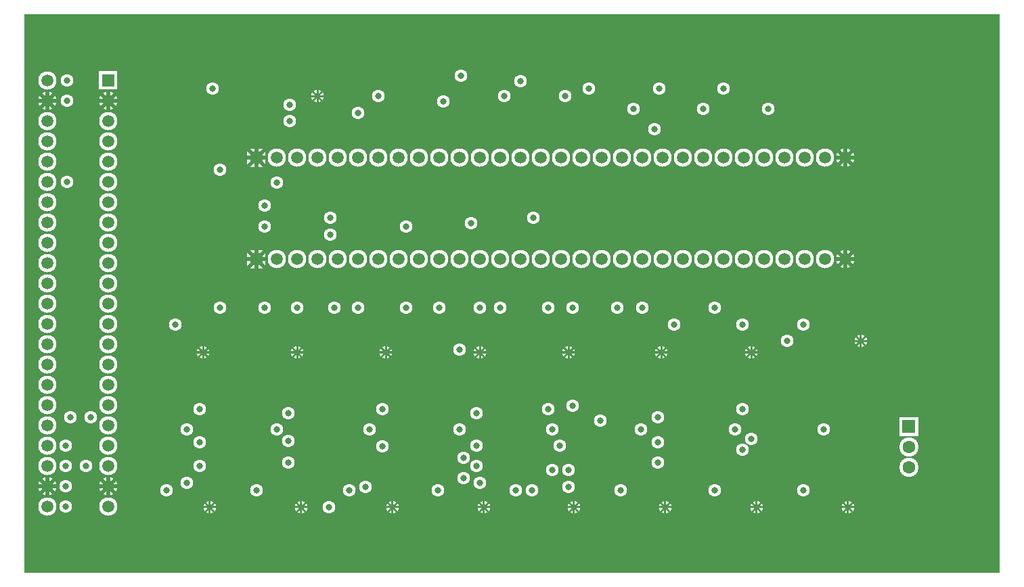
<source format=gbr>
%FSLAX34Y34*%
%MOMM*%
%LNCOPPER_INNER2*%
G71*
G01*
%ADD10C,2.400*%
%ADD11C,1.600*%
%ADD12C,2.300*%
%ADD13C,0.533*%
%ADD14C,0.267*%
%ADD15C,0.500*%
%ADD16C,1.600*%
%ADD17C,0.800*%
%ADD18C,1.500*%
%LPD*%
G36*
X0Y800000D02*
X1220000Y800000D01*
X1220000Y100000D01*
X0Y100000D01*
X0Y800000D01*
G37*
%LPC*%
G36*
X1094488Y295369D02*
X1118488Y295369D01*
X1118488Y271369D01*
X1094488Y271369D01*
X1094488Y295369D01*
G37*
X1106488Y257969D02*
G54D10*
D03*
X1106488Y232569D02*
G54D10*
D03*
X366712Y696913D02*
G54D11*
D03*
X442912Y696913D02*
G54D11*
D03*
X546100Y722312D02*
G54D11*
D03*
X523875Y690562D02*
G54D11*
D03*
X600075Y696912D02*
G54D11*
D03*
X676275Y696912D02*
G54D11*
D03*
X620712Y715962D02*
G54D11*
D03*
X234950Y706438D02*
G54D11*
D03*
X331787Y685800D02*
G54D11*
D03*
X331788Y665956D02*
G54D11*
D03*
X417512Y676275D02*
G54D11*
D03*
X706438Y706438D02*
G54D11*
D03*
X762000Y681038D02*
G54D11*
D03*
X793750Y706438D02*
G54D11*
D03*
X849312Y681038D02*
G54D11*
D03*
X874712Y706438D02*
G54D11*
D03*
X930275Y681038D02*
G54D11*
D03*
X244475Y604838D02*
G54D11*
D03*
X315912Y588962D02*
G54D11*
D03*
X300831Y559594D02*
G54D11*
D03*
X300831Y533400D02*
G54D11*
D03*
X382588Y544512D02*
G54D11*
D03*
X382588Y523875D02*
G54D11*
D03*
X477838Y533400D02*
G54D11*
D03*
X558800Y538162D02*
G54D11*
D03*
X636588Y544512D02*
G54D11*
D03*
X974725Y411162D02*
G54D11*
D03*
X898525Y411162D02*
G54D11*
D03*
X812800Y411162D02*
G54D11*
D03*
X863600Y431800D02*
G54D11*
D03*
X954088Y390525D02*
G54D11*
D03*
X773112Y431800D02*
G54D11*
D03*
X741362Y431800D02*
G54D11*
D03*
X685800Y431800D02*
G54D11*
D03*
X655638Y431800D02*
G54D11*
D03*
X595312Y431800D02*
G54D11*
D03*
X569912Y431800D02*
G54D11*
D03*
X519112Y431800D02*
G54D11*
D03*
X477838Y431800D02*
G54D11*
D03*
X417512Y431800D02*
G54D11*
D03*
X387350Y431800D02*
G54D11*
D03*
X341312Y431800D02*
G54D11*
D03*
X300831Y431800D02*
G54D11*
D03*
X244475Y431800D02*
G54D11*
D03*
X188912Y411162D02*
G54D11*
D03*
X223838Y376237D02*
G54D11*
D03*
X341312Y376237D02*
G54D11*
D03*
X452438Y376237D02*
G54D11*
D03*
X544512Y379412D02*
G54D11*
D03*
X569912Y376237D02*
G54D11*
D03*
X681038Y376237D02*
G54D11*
D03*
X796925Y376237D02*
G54D11*
D03*
X909638Y376237D02*
G54D11*
D03*
X1046162Y390525D02*
G54D11*
D03*
X1000125Y279400D02*
G54D11*
D03*
X889000Y279400D02*
G54D11*
D03*
X909638Y268288D02*
G54D11*
D03*
X898525Y304800D02*
G54D11*
D03*
X974725Y203200D02*
G54D11*
D03*
X863600Y203200D02*
G54D11*
D03*
X792162Y295275D02*
G54D11*
D03*
X771525Y279400D02*
G54D11*
D03*
X792162Y238125D02*
G54D11*
D03*
X746125Y203200D02*
G54D11*
D03*
X801687Y182563D02*
G54D11*
D03*
X915987Y182563D02*
G54D11*
D03*
X687387Y182563D02*
G54D11*
D03*
X635000Y203200D02*
G54D11*
D03*
X1030287Y182563D02*
G54D11*
D03*
X681038Y207962D02*
G54D11*
D03*
X681038Y228600D02*
G54D11*
D03*
X685800Y309562D02*
G54D11*
D03*
X655638Y304800D02*
G54D11*
D03*
X720725Y290512D02*
G54D11*
D03*
X660400Y279400D02*
G54D11*
D03*
X660400Y228600D02*
G54D11*
D03*
X544512Y279400D02*
G54D11*
D03*
X549275Y244475D02*
G54D11*
D03*
X549275Y219075D02*
G54D11*
D03*
X565150Y300038D02*
G54D11*
D03*
X565150Y259556D02*
G54D11*
D03*
X565150Y234156D02*
G54D11*
D03*
X569912Y212725D02*
G54D11*
D03*
X574675Y182563D02*
G54D11*
D03*
X614362Y203200D02*
G54D11*
D03*
X792162Y263525D02*
G54D11*
D03*
X669925Y259556D02*
G54D11*
D03*
X447675Y258762D02*
G54D11*
D03*
X447675Y304800D02*
G54D11*
D03*
X460375Y182563D02*
G54D11*
D03*
X517525Y203200D02*
G54D11*
D03*
X431800Y279400D02*
G54D11*
D03*
X427038Y207962D02*
G54D11*
D03*
X406400Y203200D02*
G54D11*
D03*
X381000Y182562D02*
G54D11*
D03*
X346075Y182563D02*
G54D11*
D03*
X231775Y182563D02*
G54D11*
D03*
X290513Y203200D02*
G54D11*
D03*
X330200Y238125D02*
G54D11*
D03*
X330200Y265112D02*
G54D11*
D03*
X330200Y300038D02*
G54D11*
D03*
X315912Y279400D02*
G54D11*
D03*
X219075Y304800D02*
G54D11*
D03*
X219075Y263525D02*
G54D11*
D03*
X219075Y234156D02*
G54D11*
D03*
X203200Y212725D02*
G54D11*
D03*
X177800Y203200D02*
G54D11*
D03*
X203200Y279400D02*
G54D11*
D03*
X898525Y254000D02*
G54D11*
D03*
G36*
X278668Y504503D02*
X301668Y504503D01*
X301668Y481503D01*
X278668Y481503D01*
X278668Y504503D01*
G37*
X315568Y493003D02*
G54D12*
D03*
X340968Y493003D02*
G54D12*
D03*
X366368Y493003D02*
G54D12*
D03*
X391768Y493003D02*
G54D12*
D03*
X417168Y493003D02*
G54D12*
D03*
X442568Y493003D02*
G54D12*
D03*
X467968Y493003D02*
G54D12*
D03*
X493368Y493003D02*
G54D12*
D03*
X518768Y493003D02*
G54D12*
D03*
X544168Y493003D02*
G54D12*
D03*
X569568Y493003D02*
G54D12*
D03*
X594968Y493003D02*
G54D12*
D03*
X620368Y493003D02*
G54D12*
D03*
X645768Y493003D02*
G54D12*
D03*
X671168Y493003D02*
G54D12*
D03*
X696568Y493003D02*
G54D12*
D03*
X721968Y493003D02*
G54D12*
D03*
X747368Y493003D02*
G54D12*
D03*
X772768Y493003D02*
G54D12*
D03*
X798168Y493003D02*
G54D12*
D03*
X823568Y493003D02*
G54D12*
D03*
X848968Y493003D02*
G54D12*
D03*
X874368Y493003D02*
G54D12*
D03*
X899768Y493003D02*
G54D12*
D03*
X925168Y493003D02*
G54D12*
D03*
X950568Y493003D02*
G54D12*
D03*
X975968Y493003D02*
G54D12*
D03*
X1001368Y493003D02*
G54D12*
D03*
X1026767Y493003D02*
G54D12*
D03*
G36*
X278668Y631503D02*
X301668Y631503D01*
X301668Y608503D01*
X278668Y608503D01*
X278668Y631503D01*
G37*
X315568Y620003D02*
G54D12*
D03*
X340968Y620003D02*
G54D12*
D03*
X366368Y620003D02*
G54D12*
D03*
X391768Y620003D02*
G54D12*
D03*
X417168Y620003D02*
G54D12*
D03*
X442568Y620003D02*
G54D12*
D03*
X467968Y620003D02*
G54D12*
D03*
X493368Y620003D02*
G54D12*
D03*
X518768Y620003D02*
G54D12*
D03*
X544168Y620003D02*
G54D12*
D03*
X569568Y620003D02*
G54D12*
D03*
X594968Y620003D02*
G54D12*
D03*
X620368Y620003D02*
G54D12*
D03*
X645768Y620003D02*
G54D12*
D03*
X671168Y620003D02*
G54D12*
D03*
X696568Y620003D02*
G54D12*
D03*
X721968Y620003D02*
G54D12*
D03*
X747368Y620003D02*
G54D12*
D03*
X772768Y620003D02*
G54D12*
D03*
X798168Y620003D02*
G54D12*
D03*
X823567Y620003D02*
G54D12*
D03*
X848968Y620003D02*
G54D12*
D03*
X874368Y620003D02*
G54D12*
D03*
X899768Y620003D02*
G54D12*
D03*
X925168Y620003D02*
G54D12*
D03*
X950568Y620003D02*
G54D12*
D03*
X975968Y620003D02*
G54D12*
D03*
X1001368Y620003D02*
G54D12*
D03*
X1026767Y620003D02*
G54D12*
D03*
G36*
X116209Y728256D02*
X116209Y705256D01*
X93209Y705256D01*
X93209Y728256D01*
X116209Y728256D01*
G37*
X28510Y716756D02*
G54D12*
D03*
X104709Y691356D02*
G54D12*
D03*
X28510Y691356D02*
G54D12*
D03*
X104709Y665956D02*
G54D12*
D03*
X28509Y665956D02*
G54D12*
D03*
X104709Y640556D02*
G54D12*
D03*
X28509Y640556D02*
G54D12*
D03*
X104709Y615156D02*
G54D12*
D03*
X28509Y615156D02*
G54D12*
D03*
X104709Y589756D02*
G54D12*
D03*
X28509Y589756D02*
G54D12*
D03*
X104709Y564356D02*
G54D12*
D03*
X28509Y564356D02*
G54D12*
D03*
X104709Y538956D02*
G54D12*
D03*
X28509Y538956D02*
G54D12*
D03*
X104709Y513556D02*
G54D12*
D03*
X28509Y513556D02*
G54D12*
D03*
X104709Y488156D02*
G54D12*
D03*
X28509Y488156D02*
G54D12*
D03*
X104709Y462756D02*
G54D12*
D03*
X28509Y462756D02*
G54D12*
D03*
X104709Y437356D02*
G54D12*
D03*
X28509Y437356D02*
G54D12*
D03*
X104709Y411956D02*
G54D12*
D03*
X28509Y411956D02*
G54D12*
D03*
X104709Y386556D02*
G54D12*
D03*
X28509Y386556D02*
G54D12*
D03*
X104709Y361156D02*
G54D12*
D03*
X28509Y361156D02*
G54D12*
D03*
X104709Y335756D02*
G54D12*
D03*
X28509Y335756D02*
G54D12*
D03*
X104709Y310356D02*
G54D12*
D03*
X28509Y310356D02*
G54D12*
D03*
X104709Y284956D02*
G54D12*
D03*
X28509Y284956D02*
G54D12*
D03*
X104709Y259556D02*
G54D12*
D03*
X28509Y259556D02*
G54D12*
D03*
X104709Y234156D02*
G54D12*
D03*
X28509Y234156D02*
G54D12*
D03*
X104709Y208755D02*
G54D12*
D03*
X28510Y208755D02*
G54D12*
D03*
X104709Y183356D02*
G54D12*
D03*
X28510Y183356D02*
G54D12*
D03*
X788194Y655638D02*
G54D11*
D03*
X51594Y208756D02*
G54D11*
D03*
X51594Y183356D02*
G54D11*
D03*
X51594Y234156D02*
G54D11*
D03*
X51594Y259556D02*
G54D11*
D03*
X76994Y234156D02*
G54D11*
D03*
X57150Y295275D02*
G54D11*
D03*
X82550Y295275D02*
G54D11*
D03*
X53181Y716756D02*
G54D11*
D03*
X53181Y691356D02*
G54D11*
D03*
X53181Y589756D02*
G54D11*
D03*
%LPD*%
G54D13*
G54D14*
G36*
X365379Y696913D02*
X365379Y705413D01*
X368045Y705413D01*
X368045Y696913D01*
X365379Y696913D01*
G37*
G36*
X365769Y697856D02*
X371780Y703866D01*
X373665Y701981D01*
X367655Y695970D01*
X365769Y697856D01*
G37*
G36*
X366712Y698246D02*
X375212Y698246D01*
X375212Y695580D01*
X366712Y695580D01*
X366712Y698246D01*
G37*
G36*
X367655Y697856D02*
X373665Y691845D01*
X371780Y689960D01*
X365769Y695970D01*
X367655Y697856D01*
G37*
G36*
X368045Y696913D02*
X368045Y688413D01*
X365379Y688413D01*
X365379Y696913D01*
X368045Y696913D01*
G37*
G36*
X367655Y695970D02*
X361644Y689960D01*
X359759Y691845D01*
X365769Y697856D01*
X367655Y695970D01*
G37*
G36*
X366712Y695580D02*
X358212Y695580D01*
X358212Y698246D01*
X366712Y698246D01*
X366712Y695580D01*
G37*
G36*
X365769Y695970D02*
X359759Y701981D01*
X361644Y703866D01*
X367655Y697856D01*
X365769Y695970D01*
G37*
G54D14*
G54D14*
G36*
X222505Y376237D02*
X222505Y384737D01*
X225171Y384737D01*
X225171Y376237D01*
X222505Y376237D01*
G37*
G36*
X222895Y377180D02*
X228906Y383190D01*
X230791Y381305D01*
X224781Y375294D01*
X222895Y377180D01*
G37*
G36*
X223838Y377570D02*
X232338Y377570D01*
X232338Y374904D01*
X223838Y374904D01*
X223838Y377570D01*
G37*
G36*
X224781Y377180D02*
X230791Y371169D01*
X228906Y369284D01*
X222895Y375294D01*
X224781Y377180D01*
G37*
G36*
X225171Y376237D02*
X225171Y367737D01*
X222505Y367737D01*
X222505Y376237D01*
X225171Y376237D01*
G37*
G36*
X224781Y375294D02*
X218770Y369284D01*
X216885Y371169D01*
X222895Y377180D01*
X224781Y375294D01*
G37*
G36*
X223838Y374904D02*
X215338Y374904D01*
X215338Y377570D01*
X223838Y377570D01*
X223838Y374904D01*
G37*
G36*
X222895Y375294D02*
X216885Y381305D01*
X218770Y383190D01*
X224781Y377180D01*
X222895Y375294D01*
G37*
G54D14*
G36*
X339979Y376237D02*
X339979Y384737D01*
X342645Y384737D01*
X342645Y376237D01*
X339979Y376237D01*
G37*
G36*
X340369Y377180D02*
X346380Y383190D01*
X348265Y381305D01*
X342255Y375294D01*
X340369Y377180D01*
G37*
G36*
X341312Y377570D02*
X349812Y377570D01*
X349812Y374904D01*
X341312Y374904D01*
X341312Y377570D01*
G37*
G36*
X342255Y377180D02*
X348265Y371169D01*
X346380Y369284D01*
X340369Y375294D01*
X342255Y377180D01*
G37*
G36*
X342645Y376237D02*
X342645Y367737D01*
X339979Y367737D01*
X339979Y376237D01*
X342645Y376237D01*
G37*
G36*
X342255Y375294D02*
X336244Y369284D01*
X334359Y371169D01*
X340369Y377180D01*
X342255Y375294D01*
G37*
G36*
X341312Y374904D02*
X332812Y374904D01*
X332812Y377570D01*
X341312Y377570D01*
X341312Y374904D01*
G37*
G36*
X340369Y375294D02*
X334359Y381305D01*
X336244Y383190D01*
X342255Y377180D01*
X340369Y375294D01*
G37*
G54D14*
G36*
X451105Y376237D02*
X451105Y384737D01*
X453771Y384737D01*
X453771Y376237D01*
X451105Y376237D01*
G37*
G36*
X451495Y377180D02*
X457506Y383190D01*
X459391Y381305D01*
X453381Y375294D01*
X451495Y377180D01*
G37*
G36*
X452438Y377570D02*
X460938Y377570D01*
X460938Y374904D01*
X452438Y374904D01*
X452438Y377570D01*
G37*
G36*
X453381Y377180D02*
X459391Y371169D01*
X457506Y369284D01*
X451495Y375294D01*
X453381Y377180D01*
G37*
G36*
X453771Y376237D02*
X453771Y367737D01*
X451105Y367737D01*
X451105Y376237D01*
X453771Y376237D01*
G37*
G36*
X453381Y375294D02*
X447370Y369284D01*
X445485Y371169D01*
X451495Y377180D01*
X453381Y375294D01*
G37*
G36*
X452438Y374904D02*
X443938Y374904D01*
X443938Y377570D01*
X452438Y377570D01*
X452438Y374904D01*
G37*
G36*
X451495Y375294D02*
X445485Y381305D01*
X447370Y383190D01*
X453381Y377180D01*
X451495Y375294D01*
G37*
G54D14*
G36*
X568579Y376237D02*
X568579Y384737D01*
X571245Y384737D01*
X571245Y376237D01*
X568579Y376237D01*
G37*
G36*
X568969Y377180D02*
X574980Y383190D01*
X576865Y381305D01*
X570855Y375294D01*
X568969Y377180D01*
G37*
G36*
X569912Y377570D02*
X578412Y377570D01*
X578412Y374904D01*
X569912Y374904D01*
X569912Y377570D01*
G37*
G36*
X570855Y377180D02*
X576865Y371169D01*
X574980Y369284D01*
X568969Y375294D01*
X570855Y377180D01*
G37*
G36*
X571245Y376237D02*
X571245Y367737D01*
X568579Y367737D01*
X568579Y376237D01*
X571245Y376237D01*
G37*
G36*
X570855Y375294D02*
X564844Y369284D01*
X562959Y371169D01*
X568969Y377180D01*
X570855Y375294D01*
G37*
G36*
X569912Y374904D02*
X561412Y374904D01*
X561412Y377570D01*
X569912Y377570D01*
X569912Y374904D01*
G37*
G36*
X568969Y375294D02*
X562959Y381305D01*
X564844Y383190D01*
X570855Y377180D01*
X568969Y375294D01*
G37*
G54D14*
G36*
X679705Y376237D02*
X679705Y384737D01*
X682371Y384737D01*
X682371Y376237D01*
X679705Y376237D01*
G37*
G36*
X680095Y377180D02*
X686106Y383190D01*
X687991Y381305D01*
X681981Y375294D01*
X680095Y377180D01*
G37*
G36*
X681038Y377570D02*
X689538Y377570D01*
X689538Y374904D01*
X681038Y374904D01*
X681038Y377570D01*
G37*
G36*
X681981Y377180D02*
X687991Y371169D01*
X686106Y369284D01*
X680095Y375294D01*
X681981Y377180D01*
G37*
G36*
X682371Y376237D02*
X682371Y367737D01*
X679705Y367737D01*
X679705Y376237D01*
X682371Y376237D01*
G37*
G36*
X681981Y375294D02*
X675970Y369284D01*
X674085Y371169D01*
X680095Y377180D01*
X681981Y375294D01*
G37*
G36*
X681038Y374904D02*
X672538Y374904D01*
X672538Y377570D01*
X681038Y377570D01*
X681038Y374904D01*
G37*
G36*
X680095Y375294D02*
X674085Y381305D01*
X675970Y383190D01*
X681981Y377180D01*
X680095Y375294D01*
G37*
G54D14*
G36*
X795592Y376237D02*
X795592Y384737D01*
X798258Y384737D01*
X798258Y376237D01*
X795592Y376237D01*
G37*
G36*
X795982Y377180D02*
X801993Y383190D01*
X803878Y381305D01*
X797868Y375294D01*
X795982Y377180D01*
G37*
G36*
X796925Y377570D02*
X805425Y377570D01*
X805425Y374904D01*
X796925Y374904D01*
X796925Y377570D01*
G37*
G36*
X797868Y377180D02*
X803878Y371169D01*
X801993Y369284D01*
X795982Y375294D01*
X797868Y377180D01*
G37*
G36*
X798258Y376237D02*
X798258Y367737D01*
X795592Y367737D01*
X795592Y376237D01*
X798258Y376237D01*
G37*
G36*
X797868Y375294D02*
X791857Y369284D01*
X789972Y371169D01*
X795982Y377180D01*
X797868Y375294D01*
G37*
G36*
X796925Y374904D02*
X788425Y374904D01*
X788425Y377570D01*
X796925Y377570D01*
X796925Y374904D01*
G37*
G36*
X795982Y375294D02*
X789972Y381305D01*
X791857Y383190D01*
X797868Y377180D01*
X795982Y375294D01*
G37*
G54D14*
G36*
X908305Y376237D02*
X908305Y384737D01*
X910971Y384737D01*
X910971Y376237D01*
X908305Y376237D01*
G37*
G36*
X908695Y377180D02*
X914706Y383190D01*
X916591Y381305D01*
X910581Y375294D01*
X908695Y377180D01*
G37*
G36*
X909638Y377570D02*
X918138Y377570D01*
X918138Y374904D01*
X909638Y374904D01*
X909638Y377570D01*
G37*
G36*
X910581Y377180D02*
X916591Y371169D01*
X914706Y369284D01*
X908695Y375294D01*
X910581Y377180D01*
G37*
G36*
X910971Y376237D02*
X910971Y367737D01*
X908305Y367737D01*
X908305Y376237D01*
X910971Y376237D01*
G37*
G36*
X910581Y375294D02*
X904570Y369284D01*
X902685Y371169D01*
X908695Y377180D01*
X910581Y375294D01*
G37*
G36*
X909638Y374904D02*
X901138Y374904D01*
X901138Y377570D01*
X909638Y377570D01*
X909638Y374904D01*
G37*
G36*
X908695Y375294D02*
X902685Y381305D01*
X904570Y383190D01*
X910581Y377180D01*
X908695Y375294D01*
G37*
G54D14*
G36*
X1044829Y390525D02*
X1044829Y399025D01*
X1047495Y399025D01*
X1047495Y390525D01*
X1044829Y390525D01*
G37*
G36*
X1045219Y391468D02*
X1051230Y397478D01*
X1053115Y395593D01*
X1047105Y389582D01*
X1045219Y391468D01*
G37*
G36*
X1046162Y391858D02*
X1054662Y391858D01*
X1054662Y389192D01*
X1046162Y389192D01*
X1046162Y391858D01*
G37*
G36*
X1047105Y391468D02*
X1053115Y385457D01*
X1051230Y383572D01*
X1045219Y389582D01*
X1047105Y391468D01*
G37*
G36*
X1047495Y390525D02*
X1047495Y382025D01*
X1044829Y382025D01*
X1044829Y390525D01*
X1047495Y390525D01*
G37*
G36*
X1047105Y389582D02*
X1041094Y383572D01*
X1039209Y385457D01*
X1045219Y391468D01*
X1047105Y389582D01*
G37*
G36*
X1046162Y389192D02*
X1037662Y389192D01*
X1037662Y391858D01*
X1046162Y391858D01*
X1046162Y389192D01*
G37*
G36*
X1045219Y389582D02*
X1039209Y395593D01*
X1041094Y397478D01*
X1047105Y391468D01*
X1045219Y389582D01*
G37*
G54D14*
G54D14*
G54D14*
G54D14*
G36*
X800354Y182563D02*
X800354Y191063D01*
X803020Y191063D01*
X803020Y182563D01*
X800354Y182563D01*
G37*
G36*
X800744Y183506D02*
X806755Y189516D01*
X808640Y187631D01*
X802630Y181620D01*
X800744Y183506D01*
G37*
G36*
X801687Y183896D02*
X810187Y183896D01*
X810187Y181230D01*
X801687Y181230D01*
X801687Y183896D01*
G37*
G36*
X802630Y183506D02*
X808640Y177495D01*
X806755Y175610D01*
X800744Y181620D01*
X802630Y183506D01*
G37*
G36*
X803020Y182563D02*
X803020Y174063D01*
X800354Y174063D01*
X800354Y182563D01*
X803020Y182563D01*
G37*
G36*
X802630Y181620D02*
X796619Y175610D01*
X794734Y177495D01*
X800744Y183506D01*
X802630Y181620D01*
G37*
G36*
X801687Y181230D02*
X793187Y181230D01*
X793187Y183896D01*
X801687Y183896D01*
X801687Y181230D01*
G37*
G36*
X800744Y181620D02*
X794734Y187631D01*
X796619Y189516D01*
X802630Y183506D01*
X800744Y181620D01*
G37*
G54D14*
G36*
X914654Y182563D02*
X914654Y191063D01*
X917320Y191063D01*
X917320Y182563D01*
X914654Y182563D01*
G37*
G36*
X915044Y183506D02*
X921055Y189516D01*
X922940Y187631D01*
X916930Y181620D01*
X915044Y183506D01*
G37*
G36*
X915987Y183896D02*
X924487Y183896D01*
X924487Y181230D01*
X915987Y181230D01*
X915987Y183896D01*
G37*
G36*
X916930Y183506D02*
X922940Y177495D01*
X921055Y175610D01*
X915044Y181620D01*
X916930Y183506D01*
G37*
G36*
X917320Y182563D02*
X917320Y174063D01*
X914654Y174063D01*
X914654Y182563D01*
X917320Y182563D01*
G37*
G36*
X916930Y181620D02*
X910919Y175610D01*
X909034Y177495D01*
X915044Y183506D01*
X916930Y181620D01*
G37*
G36*
X915987Y181230D02*
X907487Y181230D01*
X907487Y183896D01*
X915987Y183896D01*
X915987Y181230D01*
G37*
G36*
X915044Y181620D02*
X909034Y187631D01*
X910919Y189516D01*
X916930Y183506D01*
X915044Y181620D01*
G37*
G54D14*
G36*
X686054Y182563D02*
X686054Y191063D01*
X688720Y191063D01*
X688720Y182563D01*
X686054Y182563D01*
G37*
G36*
X686444Y183506D02*
X692455Y189516D01*
X694340Y187631D01*
X688330Y181620D01*
X686444Y183506D01*
G37*
G36*
X687387Y183896D02*
X695887Y183896D01*
X695887Y181230D01*
X687387Y181230D01*
X687387Y183896D01*
G37*
G36*
X688330Y183506D02*
X694340Y177495D01*
X692455Y175610D01*
X686444Y181620D01*
X688330Y183506D01*
G37*
G36*
X688720Y182563D02*
X688720Y174063D01*
X686054Y174063D01*
X686054Y182563D01*
X688720Y182563D01*
G37*
G36*
X688330Y181620D02*
X682319Y175610D01*
X680434Y177495D01*
X686444Y183506D01*
X688330Y181620D01*
G37*
G36*
X687387Y181230D02*
X678887Y181230D01*
X678887Y183896D01*
X687387Y183896D01*
X687387Y181230D01*
G37*
G36*
X686444Y181620D02*
X680434Y187631D01*
X682319Y189516D01*
X688330Y183506D01*
X686444Y181620D01*
G37*
G54D14*
G54D14*
G36*
X1028954Y182563D02*
X1028954Y191063D01*
X1031620Y191063D01*
X1031620Y182563D01*
X1028954Y182563D01*
G37*
G36*
X1029344Y183506D02*
X1035355Y189516D01*
X1037240Y187631D01*
X1031230Y181620D01*
X1029344Y183506D01*
G37*
G36*
X1030287Y183896D02*
X1038787Y183896D01*
X1038787Y181230D01*
X1030287Y181230D01*
X1030287Y183896D01*
G37*
G36*
X1031230Y183506D02*
X1037240Y177495D01*
X1035355Y175610D01*
X1029344Y181620D01*
X1031230Y183506D01*
G37*
G36*
X1031620Y182563D02*
X1031620Y174063D01*
X1028954Y174063D01*
X1028954Y182563D01*
X1031620Y182563D01*
G37*
G36*
X1031230Y181620D02*
X1025219Y175610D01*
X1023334Y177495D01*
X1029344Y183506D01*
X1031230Y181620D01*
G37*
G36*
X1030287Y181230D02*
X1021787Y181230D01*
X1021787Y183896D01*
X1030287Y183896D01*
X1030287Y181230D01*
G37*
G36*
X1029344Y181620D02*
X1023334Y187631D01*
X1025219Y189516D01*
X1031230Y183506D01*
X1029344Y181620D01*
G37*
G54D14*
G36*
X573342Y182563D02*
X573342Y191063D01*
X576008Y191063D01*
X576008Y182563D01*
X573342Y182563D01*
G37*
G36*
X573732Y183506D02*
X579743Y189516D01*
X581628Y187631D01*
X575618Y181620D01*
X573732Y183506D01*
G37*
G36*
X574675Y183896D02*
X583175Y183896D01*
X583175Y181230D01*
X574675Y181230D01*
X574675Y183896D01*
G37*
G36*
X575618Y183506D02*
X581628Y177495D01*
X579743Y175610D01*
X573732Y181620D01*
X575618Y183506D01*
G37*
G36*
X576008Y182563D02*
X576008Y174063D01*
X573342Y174063D01*
X573342Y182563D01*
X576008Y182563D01*
G37*
G36*
X575618Y181620D02*
X569607Y175610D01*
X567722Y177495D01*
X573732Y183506D01*
X575618Y181620D01*
G37*
G36*
X574675Y181230D02*
X566175Y181230D01*
X566175Y183896D01*
X574675Y183896D01*
X574675Y181230D01*
G37*
G36*
X573732Y181620D02*
X567722Y187631D01*
X569607Y189516D01*
X575618Y183506D01*
X573732Y181620D01*
G37*
G54D14*
G36*
X459042Y182563D02*
X459042Y191063D01*
X461708Y191063D01*
X461708Y182563D01*
X459042Y182563D01*
G37*
G36*
X459432Y183506D02*
X465443Y189516D01*
X467328Y187631D01*
X461318Y181620D01*
X459432Y183506D01*
G37*
G36*
X460375Y183896D02*
X468875Y183896D01*
X468875Y181230D01*
X460375Y181230D01*
X460375Y183896D01*
G37*
G36*
X461318Y183506D02*
X467328Y177495D01*
X465443Y175610D01*
X459432Y181620D01*
X461318Y183506D01*
G37*
G36*
X461708Y182563D02*
X461708Y174063D01*
X459042Y174063D01*
X459042Y182563D01*
X461708Y182563D01*
G37*
G36*
X461318Y181620D02*
X455307Y175610D01*
X453422Y177495D01*
X459432Y183506D01*
X461318Y181620D01*
G37*
G36*
X460375Y181230D02*
X451875Y181230D01*
X451875Y183896D01*
X460375Y183896D01*
X460375Y181230D01*
G37*
G36*
X459432Y181620D02*
X453422Y187631D01*
X455307Y189516D01*
X461318Y183506D01*
X459432Y181620D01*
G37*
G54D14*
G54D14*
G54D14*
G36*
X344742Y182563D02*
X344742Y191063D01*
X347408Y191063D01*
X347408Y182563D01*
X344742Y182563D01*
G37*
G36*
X345132Y183506D02*
X351143Y189516D01*
X353028Y187631D01*
X347018Y181620D01*
X345132Y183506D01*
G37*
G36*
X346075Y183896D02*
X354575Y183896D01*
X354575Y181230D01*
X346075Y181230D01*
X346075Y183896D01*
G37*
G36*
X347018Y183506D02*
X353028Y177495D01*
X351143Y175610D01*
X345132Y181620D01*
X347018Y183506D01*
G37*
G36*
X347408Y182563D02*
X347408Y174063D01*
X344742Y174063D01*
X344742Y182563D01*
X347408Y182563D01*
G37*
G36*
X347018Y181620D02*
X341007Y175610D01*
X339122Y177495D01*
X345132Y183506D01*
X347018Y181620D01*
G37*
G36*
X346075Y181230D02*
X337575Y181230D01*
X337575Y183896D01*
X346075Y183896D01*
X346075Y181230D01*
G37*
G36*
X345132Y181620D02*
X339122Y187631D01*
X341007Y189516D01*
X347018Y183506D01*
X345132Y181620D01*
G37*
G54D14*
G36*
X230442Y182563D02*
X230442Y191063D01*
X233108Y191063D01*
X233108Y182563D01*
X230442Y182563D01*
G37*
G36*
X230832Y183506D02*
X236843Y189516D01*
X238728Y187631D01*
X232718Y181620D01*
X230832Y183506D01*
G37*
G36*
X231775Y183896D02*
X240275Y183896D01*
X240275Y181230D01*
X231775Y181230D01*
X231775Y183896D01*
G37*
G36*
X232718Y183506D02*
X238728Y177495D01*
X236843Y175610D01*
X230832Y181620D01*
X232718Y183506D01*
G37*
G36*
X233108Y182563D02*
X233108Y174063D01*
X230442Y174063D01*
X230442Y182563D01*
X233108Y182563D01*
G37*
G36*
X232718Y181620D02*
X226707Y175610D01*
X224822Y177495D01*
X230832Y183506D01*
X232718Y181620D01*
G37*
G36*
X231775Y181230D02*
X223275Y181230D01*
X223275Y183896D01*
X231775Y183896D01*
X231775Y181230D01*
G37*
G36*
X230832Y181620D02*
X224822Y187631D01*
X226707Y189516D01*
X232718Y183506D01*
X230832Y181620D01*
G37*
G54D14*
G54D14*
G54D15*
G36*
X287668Y493003D02*
X287668Y505003D01*
X292668Y505003D01*
X292668Y493003D01*
X287668Y493003D01*
G37*
G36*
X288400Y494771D02*
X300254Y506624D01*
X303790Y503089D01*
X291936Y491235D01*
X288400Y494771D01*
G37*
G36*
X290168Y495503D02*
X302168Y495503D01*
X302168Y490503D01*
X290168Y490503D01*
X290168Y495503D01*
G37*
G36*
X291936Y494771D02*
X303790Y482917D01*
X300254Y479382D01*
X288400Y491235D01*
X291936Y494771D01*
G37*
G36*
X292668Y493003D02*
X292668Y481003D01*
X287668Y481003D01*
X287668Y493003D01*
X292668Y493003D01*
G37*
G36*
X291936Y491235D02*
X280082Y479382D01*
X276547Y482917D01*
X288400Y494771D01*
X291936Y491235D01*
G37*
G36*
X290168Y490503D02*
X278168Y490503D01*
X278168Y495503D01*
X290168Y495503D01*
X290168Y490503D01*
G37*
G36*
X288400Y491235D02*
X276547Y503089D01*
X280082Y506624D01*
X291936Y494771D01*
X288400Y491235D01*
G37*
G54D15*
G54D15*
G54D15*
G36*
X1024267Y493003D02*
X1024267Y505003D01*
X1029267Y505003D01*
X1029267Y493003D01*
X1024267Y493003D01*
G37*
G36*
X1025000Y494771D02*
X1033485Y503256D01*
X1037020Y499720D01*
X1028535Y491235D01*
X1025000Y494771D01*
G37*
G36*
X1026767Y495503D02*
X1038767Y495503D01*
X1038767Y490503D01*
X1026767Y490503D01*
X1026767Y495503D01*
G37*
G36*
X1028535Y494771D02*
X1037020Y486285D01*
X1033485Y482750D01*
X1025000Y491235D01*
X1028535Y494771D01*
G37*
G36*
X1029267Y493003D02*
X1029267Y481003D01*
X1024267Y481003D01*
X1024267Y493003D01*
X1029267Y493003D01*
G37*
G36*
X1028535Y491235D02*
X1020050Y482750D01*
X1016514Y486285D01*
X1025000Y494771D01*
X1028535Y491235D01*
G37*
G36*
X1026767Y490503D02*
X1014767Y490503D01*
X1014767Y495503D01*
X1026767Y495503D01*
X1026767Y490503D01*
G37*
G36*
X1025000Y491235D02*
X1016514Y499720D01*
X1020050Y503256D01*
X1028535Y494771D01*
X1025000Y491235D01*
G37*
G54D15*
G36*
X287668Y620003D02*
X287668Y632003D01*
X292668Y632003D01*
X292668Y620003D01*
X287668Y620003D01*
G37*
G36*
X288400Y621771D02*
X300254Y633624D01*
X303790Y630089D01*
X291936Y618235D01*
X288400Y621771D01*
G37*
G36*
X290168Y622503D02*
X302168Y622503D01*
X302168Y617503D01*
X290168Y617503D01*
X290168Y622503D01*
G37*
G36*
X291936Y621771D02*
X303790Y609917D01*
X300254Y606382D01*
X288400Y618235D01*
X291936Y621771D01*
G37*
G36*
X292668Y620003D02*
X292668Y608003D01*
X287668Y608003D01*
X287668Y620003D01*
X292668Y620003D01*
G37*
G36*
X291936Y618235D02*
X280082Y606382D01*
X276547Y609917D01*
X288400Y621771D01*
X291936Y618235D01*
G37*
G36*
X290168Y617503D02*
X278168Y617503D01*
X278168Y622503D01*
X290168Y622503D01*
X290168Y617503D01*
G37*
G36*
X288400Y618235D02*
X276547Y630089D01*
X280082Y633624D01*
X291936Y621771D01*
X288400Y618235D01*
G37*
G54D15*
G54D15*
G54D15*
G36*
X1024267Y620003D02*
X1024267Y632003D01*
X1029267Y632003D01*
X1029267Y620003D01*
X1024267Y620003D01*
G37*
G36*
X1025000Y621771D02*
X1033485Y630256D01*
X1037020Y626720D01*
X1028535Y618235D01*
X1025000Y621771D01*
G37*
G36*
X1026767Y622503D02*
X1038767Y622503D01*
X1038767Y617503D01*
X1026767Y617503D01*
X1026767Y622503D01*
G37*
G36*
X1028535Y621771D02*
X1037020Y613285D01*
X1033485Y609750D01*
X1025000Y618235D01*
X1028535Y621771D01*
G37*
G36*
X1029267Y620003D02*
X1029267Y608003D01*
X1024267Y608003D01*
X1024267Y620003D01*
X1029267Y620003D01*
G37*
G36*
X1028535Y618235D02*
X1020050Y609750D01*
X1016514Y613285D01*
X1025000Y621771D01*
X1028535Y618235D01*
G37*
G36*
X1026767Y617503D02*
X1014767Y617503D01*
X1014767Y622503D01*
X1026767Y622503D01*
X1026767Y617503D01*
G37*
G36*
X1025000Y618235D02*
X1016514Y626720D01*
X1020050Y630256D01*
X1028535Y621771D01*
X1025000Y618235D01*
G37*
G54D15*
G54D15*
G54D15*
G36*
X104709Y693856D02*
X116709Y693856D01*
X116709Y688856D01*
X104709Y688856D01*
X104709Y693856D01*
G37*
G36*
X106477Y693124D02*
X114962Y684639D01*
X111426Y681103D01*
X102941Y689588D01*
X106477Y693124D01*
G37*
G36*
X107209Y691356D02*
X107209Y679356D01*
X102209Y679356D01*
X102209Y691356D01*
X107209Y691356D01*
G37*
G36*
X106477Y689588D02*
X97991Y681103D01*
X94456Y684639D01*
X102941Y693124D01*
X106477Y689588D01*
G37*
G36*
X104709Y688856D02*
X92709Y688856D01*
X92709Y693856D01*
X104709Y693856D01*
X104709Y688856D01*
G37*
G36*
X102941Y689588D02*
X94456Y698074D01*
X97991Y701609D01*
X106477Y693124D01*
X102941Y689588D01*
G37*
G36*
X102209Y691356D02*
X102209Y703356D01*
X107209Y703356D01*
X107209Y691356D01*
X102209Y691356D01*
G37*
G36*
X102941Y693124D02*
X111426Y701609D01*
X114962Y698074D01*
X106477Y689588D01*
X102941Y693124D01*
G37*
G54D15*
G36*
X28510Y693856D02*
X40510Y693856D01*
X40510Y688856D01*
X28510Y688856D01*
X28510Y693856D01*
G37*
G36*
X30277Y693124D02*
X38763Y684639D01*
X35227Y681103D01*
X26742Y689588D01*
X30277Y693124D01*
G37*
G36*
X31010Y691356D02*
X31010Y679356D01*
X26010Y679356D01*
X26010Y691356D01*
X31010Y691356D01*
G37*
G36*
X30277Y689588D02*
X21792Y681103D01*
X18257Y684639D01*
X26742Y693124D01*
X30277Y689588D01*
G37*
G36*
X28510Y688856D02*
X16510Y688856D01*
X16510Y693856D01*
X28510Y693856D01*
X28510Y688856D01*
G37*
G36*
X26742Y689588D02*
X18257Y698074D01*
X21792Y701609D01*
X30277Y693124D01*
X26742Y689588D01*
G37*
G36*
X26010Y691356D02*
X26010Y703356D01*
X31010Y703356D01*
X31010Y691356D01*
X26010Y691356D01*
G37*
G36*
X26742Y693124D02*
X35227Y701609D01*
X38763Y698074D01*
X30277Y689588D01*
X26742Y693124D01*
G37*
G54D15*
G36*
X104709Y211255D02*
X116709Y211255D01*
X116709Y206255D01*
X104709Y206255D01*
X104709Y211255D01*
G37*
G36*
X106477Y210523D02*
X114962Y202038D01*
X111426Y198502D01*
X102941Y206987D01*
X106477Y210523D01*
G37*
G36*
X107209Y208755D02*
X107209Y196755D01*
X102209Y196755D01*
X102209Y208755D01*
X107209Y208755D01*
G37*
G36*
X106477Y206987D02*
X97991Y198502D01*
X94456Y202038D01*
X102941Y210523D01*
X106477Y206987D01*
G37*
G36*
X104709Y206255D02*
X92709Y206255D01*
X92709Y211255D01*
X104709Y211255D01*
X104709Y206255D01*
G37*
G36*
X102941Y206987D02*
X94456Y215473D01*
X97991Y219008D01*
X106477Y210523D01*
X102941Y206987D01*
G37*
G36*
X102209Y208755D02*
X102209Y220755D01*
X107209Y220755D01*
X107209Y208755D01*
X102209Y208755D01*
G37*
G36*
X102941Y210523D02*
X111426Y219008D01*
X114962Y215473D01*
X106477Y206987D01*
X102941Y210523D01*
G37*
G54D15*
G36*
X28510Y211255D02*
X40510Y211255D01*
X40510Y206255D01*
X28510Y206255D01*
X28510Y211255D01*
G37*
G36*
X30277Y210523D02*
X38763Y202038D01*
X35227Y198502D01*
X26742Y206987D01*
X30277Y210523D01*
G37*
G36*
X31010Y208755D02*
X31010Y196755D01*
X26010Y196755D01*
X26010Y208755D01*
X31010Y208755D01*
G37*
G36*
X30277Y206987D02*
X21792Y198502D01*
X18257Y202038D01*
X26742Y210523D01*
X30277Y206987D01*
G37*
G36*
X28510Y206255D02*
X16510Y206255D01*
X16510Y211255D01*
X28510Y211255D01*
X28510Y206255D01*
G37*
G36*
X26742Y206987D02*
X18257Y215473D01*
X21792Y219008D01*
X30277Y210523D01*
X26742Y206987D01*
G37*
G36*
X26010Y208755D02*
X26010Y220755D01*
X31010Y220755D01*
X31010Y208755D01*
X26010Y208755D01*
G37*
G36*
X26742Y210523D02*
X35227Y219008D01*
X38763Y215473D01*
X30277Y206987D01*
X26742Y210523D01*
G37*
G54D15*
G54D15*
G36*
X1098488Y291369D02*
X1114488Y291369D01*
X1114488Y275369D01*
X1098488Y275369D01*
X1098488Y291369D01*
G37*
X1106488Y257969D02*
G54D16*
D03*
X1106488Y232569D02*
G54D16*
D03*
X366712Y696913D02*
G54D17*
D03*
X442912Y696913D02*
G54D17*
D03*
X546100Y722312D02*
G54D17*
D03*
X523875Y690562D02*
G54D17*
D03*
X600075Y696912D02*
G54D17*
D03*
X676275Y696912D02*
G54D17*
D03*
X620712Y715962D02*
G54D17*
D03*
X234950Y706438D02*
G54D17*
D03*
X331787Y685800D02*
G54D17*
D03*
X331788Y665956D02*
G54D17*
D03*
X417512Y676275D02*
G54D17*
D03*
X706438Y706438D02*
G54D17*
D03*
X762000Y681038D02*
G54D17*
D03*
X793750Y706438D02*
G54D17*
D03*
X849312Y681038D02*
G54D17*
D03*
X874712Y706438D02*
G54D17*
D03*
X930275Y681038D02*
G54D17*
D03*
X244475Y604838D02*
G54D17*
D03*
X315912Y588962D02*
G54D17*
D03*
X300831Y559594D02*
G54D17*
D03*
X300831Y533400D02*
G54D17*
D03*
X382588Y544512D02*
G54D17*
D03*
X382588Y523875D02*
G54D17*
D03*
X477838Y533400D02*
G54D17*
D03*
X558800Y538162D02*
G54D17*
D03*
X636588Y544512D02*
G54D17*
D03*
X974725Y411162D02*
G54D17*
D03*
X898525Y411162D02*
G54D17*
D03*
X812800Y411162D02*
G54D17*
D03*
X863600Y431800D02*
G54D17*
D03*
X954088Y390525D02*
G54D17*
D03*
X773112Y431800D02*
G54D17*
D03*
X741362Y431800D02*
G54D17*
D03*
X685800Y431800D02*
G54D17*
D03*
X655638Y431800D02*
G54D17*
D03*
X595312Y431800D02*
G54D17*
D03*
X569912Y431800D02*
G54D17*
D03*
X519112Y431800D02*
G54D17*
D03*
X477838Y431800D02*
G54D17*
D03*
X417512Y431800D02*
G54D17*
D03*
X387350Y431800D02*
G54D17*
D03*
X341312Y431800D02*
G54D17*
D03*
X300831Y431800D02*
G54D17*
D03*
X244475Y431800D02*
G54D17*
D03*
X188912Y411162D02*
G54D17*
D03*
X223838Y376237D02*
G54D17*
D03*
X341312Y376237D02*
G54D17*
D03*
X452438Y376237D02*
G54D17*
D03*
X544512Y379412D02*
G54D17*
D03*
X569912Y376237D02*
G54D17*
D03*
X681038Y376237D02*
G54D17*
D03*
X796925Y376237D02*
G54D17*
D03*
X909638Y376237D02*
G54D17*
D03*
X1046162Y390525D02*
G54D17*
D03*
X1000125Y279400D02*
G54D17*
D03*
X889000Y279400D02*
G54D17*
D03*
X909638Y268288D02*
G54D17*
D03*
X898525Y304800D02*
G54D17*
D03*
X974725Y203200D02*
G54D17*
D03*
X863600Y203200D02*
G54D17*
D03*
X792162Y295275D02*
G54D17*
D03*
X771525Y279400D02*
G54D17*
D03*
X792162Y238125D02*
G54D17*
D03*
X746125Y203200D02*
G54D17*
D03*
X801687Y182563D02*
G54D17*
D03*
X915987Y182563D02*
G54D17*
D03*
X687387Y182563D02*
G54D17*
D03*
X635000Y203200D02*
G54D17*
D03*
X1030287Y182563D02*
G54D17*
D03*
X681038Y207962D02*
G54D17*
D03*
X681038Y228600D02*
G54D17*
D03*
X685800Y309562D02*
G54D17*
D03*
X655638Y304800D02*
G54D17*
D03*
X720725Y290512D02*
G54D17*
D03*
X660400Y279400D02*
G54D17*
D03*
X660400Y228600D02*
G54D17*
D03*
X544512Y279400D02*
G54D17*
D03*
X549275Y244475D02*
G54D17*
D03*
X549275Y219075D02*
G54D17*
D03*
X565150Y300038D02*
G54D17*
D03*
X565150Y259556D02*
G54D17*
D03*
X565150Y234156D02*
G54D17*
D03*
X569912Y212725D02*
G54D17*
D03*
X574675Y182563D02*
G54D17*
D03*
X614362Y203200D02*
G54D17*
D03*
X792162Y263525D02*
G54D17*
D03*
X669925Y259556D02*
G54D17*
D03*
X447675Y258762D02*
G54D17*
D03*
X447675Y304800D02*
G54D17*
D03*
X460375Y182563D02*
G54D17*
D03*
X517525Y203200D02*
G54D17*
D03*
X431800Y279400D02*
G54D17*
D03*
X427038Y207962D02*
G54D17*
D03*
X406400Y203200D02*
G54D17*
D03*
X381000Y182562D02*
G54D17*
D03*
X346075Y182563D02*
G54D17*
D03*
X231775Y182563D02*
G54D17*
D03*
X290513Y203200D02*
G54D17*
D03*
X330200Y238125D02*
G54D17*
D03*
X330200Y265112D02*
G54D17*
D03*
X330200Y300038D02*
G54D17*
D03*
X315912Y279400D02*
G54D17*
D03*
X219075Y304800D02*
G54D17*
D03*
X219075Y263525D02*
G54D17*
D03*
X219075Y234156D02*
G54D17*
D03*
X203200Y212725D02*
G54D17*
D03*
X177800Y203200D02*
G54D17*
D03*
X203200Y279400D02*
G54D17*
D03*
X898525Y254000D02*
G54D17*
D03*
G36*
X282668Y500503D02*
X297668Y500503D01*
X297668Y485503D01*
X282668Y485503D01*
X282668Y500503D01*
G37*
X315568Y493003D02*
G54D18*
D03*
X340968Y493003D02*
G54D18*
D03*
X366368Y493003D02*
G54D18*
D03*
X391768Y493003D02*
G54D18*
D03*
X417168Y493003D02*
G54D18*
D03*
X442568Y493003D02*
G54D18*
D03*
X467968Y493003D02*
G54D18*
D03*
X493368Y493003D02*
G54D18*
D03*
X518768Y493003D02*
G54D18*
D03*
X544168Y493003D02*
G54D18*
D03*
X569568Y493003D02*
G54D18*
D03*
X594968Y493003D02*
G54D18*
D03*
X620368Y493003D02*
G54D18*
D03*
X645768Y493003D02*
G54D18*
D03*
X671168Y493003D02*
G54D18*
D03*
X696568Y493003D02*
G54D18*
D03*
X721968Y493003D02*
G54D18*
D03*
X747368Y493003D02*
G54D18*
D03*
X772768Y493003D02*
G54D18*
D03*
X798168Y493003D02*
G54D18*
D03*
X823568Y493003D02*
G54D18*
D03*
X848968Y493003D02*
G54D18*
D03*
X874368Y493003D02*
G54D18*
D03*
X899768Y493003D02*
G54D18*
D03*
X925168Y493003D02*
G54D18*
D03*
X950568Y493003D02*
G54D18*
D03*
X975968Y493003D02*
G54D18*
D03*
X1001368Y493003D02*
G54D18*
D03*
X1026767Y493003D02*
G54D18*
D03*
G36*
X282668Y627503D02*
X297668Y627503D01*
X297668Y612503D01*
X282668Y612503D01*
X282668Y627503D01*
G37*
X315568Y620003D02*
G54D18*
D03*
X340968Y620003D02*
G54D18*
D03*
X366368Y620003D02*
G54D18*
D03*
X391768Y620003D02*
G54D18*
D03*
X417168Y620003D02*
G54D18*
D03*
X442568Y620003D02*
G54D18*
D03*
X467968Y620003D02*
G54D18*
D03*
X493368Y620003D02*
G54D18*
D03*
X518768Y620003D02*
G54D18*
D03*
X544168Y620003D02*
G54D18*
D03*
X569568Y620003D02*
G54D18*
D03*
X594968Y620003D02*
G54D18*
D03*
X620368Y620003D02*
G54D18*
D03*
X645768Y620003D02*
G54D18*
D03*
X671168Y620003D02*
G54D18*
D03*
X696568Y620003D02*
G54D18*
D03*
X721968Y620003D02*
G54D18*
D03*
X747368Y620003D02*
G54D18*
D03*
X772768Y620003D02*
G54D18*
D03*
X798168Y620003D02*
G54D18*
D03*
X823567Y620003D02*
G54D18*
D03*
X848968Y620003D02*
G54D18*
D03*
X874368Y620003D02*
G54D18*
D03*
X899768Y620003D02*
G54D18*
D03*
X925168Y620003D02*
G54D18*
D03*
X950568Y620003D02*
G54D18*
D03*
X975968Y620003D02*
G54D18*
D03*
X1001368Y620003D02*
G54D18*
D03*
X1026767Y620003D02*
G54D18*
D03*
G36*
X112209Y724256D02*
X112209Y709256D01*
X97209Y709256D01*
X97209Y724256D01*
X112209Y724256D01*
G37*
X28510Y716756D02*
G54D18*
D03*
X104709Y691356D02*
G54D18*
D03*
X28510Y691356D02*
G54D18*
D03*
X104709Y665956D02*
G54D18*
D03*
X28509Y665956D02*
G54D18*
D03*
X104709Y640556D02*
G54D18*
D03*
X28509Y640556D02*
G54D18*
D03*
X104709Y615156D02*
G54D18*
D03*
X28509Y615156D02*
G54D18*
D03*
X104709Y589756D02*
G54D18*
D03*
X28509Y589756D02*
G54D18*
D03*
X104709Y564356D02*
G54D18*
D03*
X28509Y564356D02*
G54D18*
D03*
X104709Y538956D02*
G54D18*
D03*
X28509Y538956D02*
G54D18*
D03*
X104709Y513556D02*
G54D18*
D03*
X28509Y513556D02*
G54D18*
D03*
X104709Y488156D02*
G54D18*
D03*
X28509Y488156D02*
G54D18*
D03*
X104709Y462756D02*
G54D18*
D03*
X28509Y462756D02*
G54D18*
D03*
X104709Y437356D02*
G54D18*
D03*
X28509Y437356D02*
G54D18*
D03*
X104709Y411956D02*
G54D18*
D03*
X28509Y411956D02*
G54D18*
D03*
X104709Y386556D02*
G54D18*
D03*
X28509Y386556D02*
G54D18*
D03*
X104709Y361156D02*
G54D18*
D03*
X28509Y361156D02*
G54D18*
D03*
X104709Y335756D02*
G54D18*
D03*
X28509Y335756D02*
G54D18*
D03*
X104709Y310356D02*
G54D18*
D03*
X28509Y310356D02*
G54D18*
D03*
X104709Y284956D02*
G54D18*
D03*
X28509Y284956D02*
G54D18*
D03*
X104709Y259556D02*
G54D18*
D03*
X28509Y259556D02*
G54D18*
D03*
X104709Y234156D02*
G54D18*
D03*
X28509Y234156D02*
G54D18*
D03*
X104709Y208755D02*
G54D18*
D03*
X28510Y208755D02*
G54D18*
D03*
X104709Y183356D02*
G54D18*
D03*
X28510Y183356D02*
G54D18*
D03*
X788194Y655638D02*
G54D17*
D03*
X51594Y208756D02*
G54D17*
D03*
X51594Y183356D02*
G54D17*
D03*
X51594Y234156D02*
G54D17*
D03*
X51594Y259556D02*
G54D17*
D03*
X76994Y234156D02*
G54D17*
D03*
X57150Y295275D02*
G54D17*
D03*
X82550Y295275D02*
G54D17*
D03*
X53181Y716756D02*
G54D17*
D03*
X53181Y691356D02*
G54D17*
D03*
X53181Y589756D02*
G54D17*
D03*
M02*

</source>
